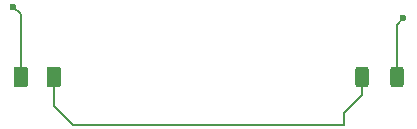
<source format=gbr>
%TF.GenerationSoftware,KiCad,Pcbnew,8.0.3*%
%TF.CreationDate,2024-10-04T12:44:17-05:00*%
%TF.ProjectId,Intro-Tutorial,496e7472-6f2d-4547-9574-6f7269616c2e,rev?*%
%TF.SameCoordinates,Original*%
%TF.FileFunction,Copper,L1,Top*%
%TF.FilePolarity,Positive*%
%FSLAX46Y46*%
G04 Gerber Fmt 4.6, Leading zero omitted, Abs format (unit mm)*
G04 Created by KiCad (PCBNEW 8.0.3) date 2024-10-04 12:44:17*
%MOMM*%
%LPD*%
G01*
G04 APERTURE LIST*
G04 Aperture macros list*
%AMRoundRect*
0 Rectangle with rounded corners*
0 $1 Rounding radius*
0 $2 $3 $4 $5 $6 $7 $8 $9 X,Y pos of 4 corners*
0 Add a 4 corners polygon primitive as box body*
4,1,4,$2,$3,$4,$5,$6,$7,$8,$9,$2,$3,0*
0 Add four circle primitives for the rounded corners*
1,1,$1+$1,$2,$3*
1,1,$1+$1,$4,$5*
1,1,$1+$1,$6,$7*
1,1,$1+$1,$8,$9*
0 Add four rect primitives between the rounded corners*
20,1,$1+$1,$2,$3,$4,$5,0*
20,1,$1+$1,$4,$5,$6,$7,0*
20,1,$1+$1,$6,$7,$8,$9,0*
20,1,$1+$1,$8,$9,$2,$3,0*%
G04 Aperture macros list end*
%TA.AperFunction,SMDPad,CuDef*%
%ADD10RoundRect,0.250000X0.312500X0.625000X-0.312500X0.625000X-0.312500X-0.625000X0.312500X-0.625000X0*%
%TD*%
%TA.AperFunction,SMDPad,CuDef*%
%ADD11RoundRect,0.250000X-0.375000X-0.625000X0.375000X-0.625000X0.375000X0.625000X-0.375000X0.625000X0*%
%TD*%
%TA.AperFunction,ViaPad*%
%ADD12C,0.600000*%
%TD*%
%TA.AperFunction,Conductor*%
%ADD13C,0.200000*%
%TD*%
G04 APERTURE END LIST*
D10*
%TO.P,R1,1*%
%TO.N,VCC*%
X166462500Y-104000000D03*
%TO.P,R1,2*%
%TO.N,/led*%
X163537500Y-104000000D03*
%TD*%
D11*
%TO.P,D1,2,A*%
%TO.N,/led*%
X137400000Y-104000000D03*
%TO.P,D1,1,K*%
%TO.N,GND*%
X134600000Y-104000000D03*
%TD*%
D12*
%TO.N,GND*%
X134000000Y-98000000D03*
%TO.N,VCC*%
X167000000Y-99000000D03*
%TD*%
D13*
%TO.N,/led*%
X139000000Y-108000000D02*
X162000000Y-108000000D01*
X137400000Y-104000000D02*
X137400000Y-106400000D01*
X137400000Y-106400000D02*
X139000000Y-108000000D01*
X162000000Y-108000000D02*
X162000000Y-107000000D01*
X162000000Y-107000000D02*
X163537500Y-105462500D01*
X163537500Y-105462500D02*
X163537500Y-104000000D01*
%TO.N,GND*%
X134600000Y-98600000D02*
X134000000Y-98000000D01*
X134600000Y-104000000D02*
X134600000Y-98600000D01*
%TO.N,VCC*%
X166462500Y-99537500D02*
X167000000Y-99000000D01*
X166462500Y-104000000D02*
X166462500Y-99537500D01*
%TD*%
M02*

</source>
